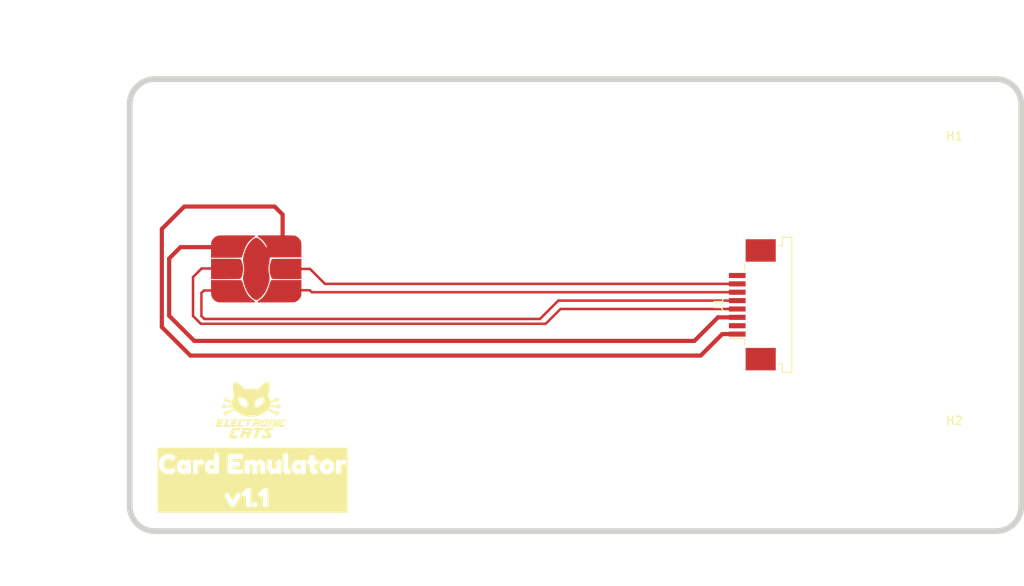
<source format=kicad_pcb>
(kicad_pcb (version 20221018) (generator pcbnew)
  (layers (0 "F.Cu" signal "Top") (31 "B.Cu" signal "Bottom") (34 "B.Paste" user) (35 "F.Paste" user) (36 "B.SilkS" user "B.Silkscreen") (37 "F.SilkS" user "F.Silkscreen") (38 "B.Mask" user) (39 "F.Mask" user) (44 "Edge.Cuts" user))
  (net 0 "")
  (net 1 "GND")
  (net 3 "/VCC_PHONE")
  (net 4 "/RST_PHONE")
  (net 5 "/CLK_PHONE")
  (net 6 "/IO_PHONE")
  (net 7 "/VPP_PHONE")
  (footprint "MountingHole:MountingHole_2.2mm_M2" (layer "F.Cu") (at 189.9412 117.9576)
    (fp_text reference "H2" (at 0 -3.2) (layer "F.SilkS"))
    (fp_text value "MountingHole")
    (pad "" np_thru_hole circle (at 0 0) (size 2.2 2.2) (drill 2.2) (layers "*.Cu" "*.Mask"))
  )
  (footprint "Connector_FFC-FPC:TE_84952-8_1x08-1MP_P1.0mm_Horizontal" (layer "F.Cu") (at 165.813 100.91 90)
    (fp_text reference "J1" (at 0 -4 90) (layer "F.SilkS"))
    (fp_text value "Escritura ")
    (pad "1" smd rect (at -3.5 -1.8 90) (size 0.61 2) (layers "F.Cu" "F.Paste" "F.Mask") (net 1 "GND"))
    (pad "2" smd rect (at -2.5 -1.8 90) (size 0.61 2) (layers "F.Cu" "F.Paste" "F.Mask"))
    (pad "3" smd rect (at -1.5 -1.8 90) (size 0.61 2) (layers "F.Cu" "F.Paste" "F.Mask") (net 3 "/VCC_PHONE"))
    (pad "4" smd rect (at -0.5 -1.8 90) (size 0.61 2) (layers "F.Cu" "F.Paste" "F.Mask") (net 4 "/RST_PHONE"))
    (pad "5" smd rect (at 0.5 -1.8 90) (size 0.61 2) (layers "F.Cu" "F.Paste" "F.Mask") (net 5 "/CLK_PHONE"))
    (pad "6" smd rect (at 1.5 -1.8 90) (size 0.61 2) (layers "F.Cu" "F.Paste" "F.Mask") (net 6 "/IO_PHONE"))
    (pad "7" smd rect (at 2.5 -1.8 90) (size 0.61 2) (layers "F.Cu" "F.Paste" "F.Mask") (net 7 "/VPP_PHONE"))
    (pad "8" smd rect (at 3.5 -1.8 90) (size 0.61 2) (layers "F.Cu" "F.Paste" "F.Mask"))
    (pad "MP" smd rect (at -6.49 1 90) (size 2.68 3.6) (layers "F.Cu" "F.Paste" "F.Mask"))
    (pad "MP" smd rect (at 6.49 1 90) (size 2.68 3.6) (layers "F.Cu" "F.Paste" "F.Mask"))
  )
  (footprint "MountingHole:MountingHole_2.2mm_M2" (layer "F.Cu") (at 189.9412 83.95)
    (fp_text reference "H1" (at 0 -3.2) (layer "F.SilkS"))
    (fp_text value "MountingHole")
    (pad "" np_thru_hole circle (at 0 0) (size 2.2 2.2) (drill 2.2) (layers "*.Cu" "*.Mask"))
  )
  (footprint "kibuzzard-649B6B0C" (layer "F.Cu") (at 106.12 121.87)
    (fp_text reference "kibuzzard-649B6B0C" hide)
    (fp_text value "G***" hide)
  )
  (footprint "footprints:ChipEMV" (layer "F.Cu") (at 106.55 96.625)
    (fp_text reference "P1" hide)
    (fp_text value "ISO7816" hide)
    (fp_poly (pts (xy -3.352305 -1.206337) (xy -3.060904 -1.205829) (xy -2.807749 -1.204945) (xy -2.590797 -1.203657) (xy -2.408007 -1.201936) (xy -2.257335 -1.199752) (xy -2.136739 -1.197075) (xy -2.044175 -1.193878) (xy -1.977601 -1.190129) (xy -1.934974 -1.185801) (xy -1.914805 -1.181128) (xy -1.864338 -1.139046) (xy -1.810701 -1.05699) (xy -1.753517 -0.934259) (xy -1.692407 -0.770148) (xy -1.689634 -0.762) (xy -1.611914 -0.468377) (xy -1.572729 -0.16367) (xy -1.572092 0.145647) (xy -1.610019 0.453097) (xy -1.686265 0.751416) (xy -1.742832 0.908535) (xy -1.798908 1.033452) (xy -1.852893 1.123164) (xy -1.903191 1.174664) (xy -1.914748 1.181101) (xy -1.936486 1.18601) (xy -1.980139 1.190311) (xy -2.047757 1.194033) (xy -2.141388 1.197205) (xy -2.263083 1.199858) (xy -2.414891 1.20202) (xy -2.598861 1.20372) (xy -2.817043 1.204989) (xy -3.071486 1.205856) (xy -3.36424 1.206349) (xy -3.683996 1.2065) (xy -5.3975 1.2065) (xy -5.3975 -1.2065) (xy -3.683996 -1.2065) (xy -3.352305 -1.206337)) (stroke (width 0.01)) (fill solid) (layer "F.Cu"))
    (fp_poly (pts (xy 5.3975 1.2065) (xy 3.665113 1.2065) (xy 3.353429 1.206462) (xy 3.081333 1.20631) (xy 2.846077 1.205984) (xy 2.644916 1.205426) (xy 2.475105 1.204576) (xy 2.333896 1.203375) (xy 2.218544 1.201763) (xy 2.126302 1.199683) (xy 2.054426 1.197074) (xy 2.000167 1.193878) (xy 1.960782 1.190035) (xy 1.933522 1.185487) (xy 1.915643 1.180173) (xy 1.904397 1.174036) (xy 1.898305 1.168463) (xy 1.861467 1.114447) (xy 1.817473 1.029386) (xy 1.770423 0.923041) (xy 1.724422 0.805177) (xy 1.683573 0.685555) (xy 1.657368 0.595183) (xy 1.623414 0.427377) (xy 1.600585 0.234339) (xy 1.589723 0.031905) (xy 1.591669 -0.164092) (xy 1.607267 -0.337818) (xy 1.607605 -0.340144) (xy 1.633241 -0.480407) (xy 1.669026 -0.627466) (xy 1.712112 -0.773122) (xy 1.759651 -0.909176) (xy 1.808795 -1.027427) (xy 1.856698 -1.119676) (xy 1.897477 -1.174788) (xy 1.907325 -1.180552) (xy 1.926348 -1.185587) (xy 1.957197 -1.189941) (xy 2.002525 -1.193661) (xy 2.064983 -1.196795) (xy 2.147224 -1.19939) (xy 2.2519 -1.201495) (xy 2.381663 -1.203156) (xy 2.539165 -1.204422) (xy 2.727057 -1.20534) (xy 2.947992 -1.205958) (xy 3.204622 -1.206323) (xy 3.499599 -1.206483) (xy 3.663345 -1.2065) (xy 5.3975 -1.2065) (xy 5.3975 1.2065)) (stroke (width 0.01)) (fill solid) (layer "F.Cu"))
    (fp_poly (pts (xy -3.01069 1.333584) (xy -2.763622 1.333912) (xy -2.55086 1.334628) (xy -2.369729 1.335878) (xy -2.217553 1.337811) (xy -2.091658 1.340576) (xy -1.989366 1.344319) (xy -1.908004 1.349188) (xy -1.844894 1.355332) (xy -1.797362 1.362898) (xy -1.762732 1.372033) (xy -1.738328 1.382887) (xy -1.721475 1.395606) (xy -1.709497 1.410338) (xy -1.699719 1.427232) (xy -1.693044 1.439874) (xy -1.679209 1.475065) (xy -1.656909 1.542359) (xy -1.628893 1.633038) (xy -1.59791 1.738385) (xy -1.588027 1.773029) (xy -1.497805 2.05963) (xy -1.390799 2.345056) (xy -1.271536 2.618869) (xy -1.144545 2.870627) (xy -1.022 3.078109) (xy -0.871505 3.276136) (xy -0.680246 3.467394) (xy -0.449406 3.650814) (xy -0.216959 3.803392) (xy -0.183318 3.835911) (xy -0.170247 3.888021) (xy -0.169334 3.916321) (xy -0.169334 4.0005) (xy -2.323042 3.999106) (xy -2.681249 3.998798) (xy -2.999535 3.998341) (xy -3.280315 3.997701) (xy -3.526001 3.996844) (xy -3.739007 3.995735) (xy -3.921745 3.994341) (xy -4.076629 3.992628) (xy -4.206073 3.99056) (xy -4.312488 3.988105) (xy -4.398289 3.985229) (xy -4.465888 3.981896) (xy -4.5177 3.978073) (xy -4.556136 3.973726) (xy -4.58361 3.968821) (xy -4.59079 3.967045) (xy -4.779677 3.895011) (xy -4.953008 3.787404) (xy -5.105296 3.649766) (xy -5.231054 3.487642) (xy -5.324794 3.306576) (xy -5.36509 3.184703) (xy -5.373488 3.145586) (xy -5.380365 3.096113) (xy -5.38586 3.032104) (xy -5.39011 2.949382) (xy -5.393251 2.843767) (xy -5.39542 2.71108) (xy -5.396756 2.547142) (xy -5.397394 2.347774) (xy -5.3975 2.196886) (xy -5.3975 1.3335) (xy -3.618449 1.3335) (xy -3.294741 1.333496) (xy -3.01069 1.333584)) (stroke (width 0.01)) (fill solid) (layer "F.Cu"))
    (fp_poly (pts (xy -0.169334 -3.917366) (xy -0.171556 -3.873009) (xy -0.183485 -3.840998) (xy -0.21302 -3.811639) (xy -0.268057 -3.775236) (xy -0.301625 -3.754945) (xy -0.528938 -3.599425) (xy -0.738074 -3.41825) (xy -0.919827 -3.219966) (xy -1.013297 -3.094295) (xy -1.108516 -2.93965) (xy -1.207619 -2.752713) (xy -1.306576 -2.542781) (xy -1.401355 -2.319147) (xy -1.487926 -2.091107) (xy -1.562257 -1.867956) (xy -1.597295 -1.747636) (xy -1.626515 -1.644113) (xy -1.65394 -1.552479) (xy -1.676658 -1.482108) (xy -1.691759 -1.442376) (xy -1.692716 -1.440488) (xy -1.702562 -1.421952) (xy -1.712774 -1.40569) (xy -1.726028 -1.391553) (xy -1.744999 -1.379392) (xy -1.772364 -1.369059) (xy -1.810799 -1.360405) (xy -1.862978 -1.35328) (xy -1.931578 -1.347538) (xy -2.019275 -1.343028) (xy -2.128745 -1.339603) (xy -2.262663 -1.337113) (xy -2.423705 -1.33541) (xy -2.614547 -1.334345) (xy -2.837864 -1.333771) (xy -3.096333 -1.333537) (xy -3.39263 -1.333495) (xy -3.618449 -1.3335) (xy -5.3975 -1.3335) (xy -5.3975 -2.208075) (xy -5.397286 -2.431012) (xy -5.396548 -2.615815) (xy -5.395143 -2.766682) (xy -5.392928 -2.887812) (xy -5.389759 -2.983403) (xy -5.385493 -3.057652) (xy -5.379987 -3.114757) (xy -5.373098 -3.158918) (xy -5.364682 -3.194331) (xy -5.363732 -3.197617) (xy -5.283811 -3.396748) (xy -5.169075 -3.575445) (xy -5.023861 -3.72937) (xy -4.852507 -3.854185) (xy -4.659351 -3.945552) (xy -4.594617 -3.966732) (xy -4.572234 -3.972271) (xy -4.543365 -3.977179) (xy -4.505505 -3.981493) (xy -4.456149 -3.985251) (xy -4.392791 -3.988488) (xy -4.312926 -3.991244) (xy -4.214049 -3.993555) (xy -4.093654 -3.995458) (xy -3.949236 -3.996991) (xy -3.77829 -3.99819) (xy -3.578309 -3.999094) (xy -3.346789 -3.999739) (xy -3.081225 -4.000163) (xy -2.779111 -4.000403) (xy -2.437941 -4.000496) (xy -2.324492 -4.0005) (xy -0.169334 -4.0005) (xy -0.169334 -3.917366)) (stroke (width 0.01)) (fill solid) (layer "F.Cu"))
    (fp_poly (pts (xy 5.3975 2.196886) (xy 5.397294 2.428918) (xy 5.396358 2.623133) (xy 5.394218 2.784044) (xy 5.390398 2.916168) (xy 5.384421 3.024017) (xy 5.375812 3.112108) (xy 5.364095 3.184954) (xy 5.348794 3.247071) (xy 5.329434 3.302974) (xy 5.305539 3.357176) (xy 5.276634 3.414194) (xy 5.26739 3.43163) (xy 5.189404 3.549723) (xy 5.084649 3.669206) (xy 4.966158 3.777045) (xy 4.846963 3.860208) (xy 4.82863 3.87039) (xy 4.790361 3.890973) (xy 4.755523 3.909265) (xy 4.721516 3.925401) (xy 4.685741 3.939516) (xy 4.645597 3.951745) (xy 4.598486 3.962223) (xy 4.541807 3.971085) (xy 4.47296 3.978466) (xy 4.389346 3.984501) (xy 4.288364 3.989324) (xy 4.167416 3.993072) (xy 4.0239 3.995878) (xy 3.855218 3.997878) (xy 3.65877 3.999207) (xy 3.431955 4) (xy 3.172173 4.000391) (xy 2.876826 4.000516) (xy 2.543314 4.00051) (xy 2.322669 4.0005) (xy 0.188065 4.0005) (xy 0.194574 3.91232) (xy 0.200083 3.866447) (xy 0.213803 3.83311) (xy 0.24376 3.802936) (xy 0.297981 3.76655) (xy 0.342365 3.739708) (xy 0.539458 3.604485) (xy 0.730609 3.440653) (xy 0.901184 3.261034) (xy 0.933855 3.221471) (xy 1.047999 3.061847) (xy 1.163514 2.867494) (xy 1.276978 2.645747) (xy 1.384969 2.403936) (xy 1.484066 2.149397) (xy 1.570848 1.88946) (xy 1.597507 1.799166) (xy 1.636048 1.665547) (xy 1.666356 1.566514) (xy 1.691227 1.495782) (xy 1.713458 1.447067) (xy 1.735843 1.414083) (xy 1.761179 1.390545) (xy 1.786896 1.373409) (xy 1.799928 1.366337) (xy 1.816149 1.360155) (xy 1.838325 1.354805) (xy 1.869224 1.350226) (xy 1.911613 1.346358) (xy 1.96826 1.34314) (xy 2.041932 1.340514) (xy 2.135395 1.338418) (xy 2.251418 1.336794) (xy 2.392767 1.335581) (xy 2.56221 1.334718) (xy 2.762514 1.334147) (xy 2.996446 1.333807) (xy 3.266774 1.333639) (xy 3.576265 1.333581) (xy 3.624791 1.333579) (xy 5.3975 1.3335) (xy 5.3975 2.196886)) (stroke (width 0.01)) (fill solid) (layer "F.Cu"))
    (fp_poly (pts (xy 3.287934 -4.000393) (xy 3.533048 -3.999944) (xy 3.746253 -3.999059) (xy 3.930153 -3.997601) (xy 4.087355 -3.995433) (xy 4.220464 -3.992417) (xy 4.332087 -3.988416) (xy 4.42483 -3.983294) (xy 4.501297 -3.976912) (xy 4.564095 -3.969133) (xy 4.61583 -3.95982) (xy 4.659108 -3.948836) (xy 4.696534 -3.936043) (xy 4.730714 -3.921304) (xy 4.764254 -3.904482) (xy 4.79976 -3.88544) (xy 4.830354 -3.869032) (xy 4.946117 -3.792874) (xy 5.063914 -3.689916) (xy 5.170917 -3.572996) (xy 5.254299 -3.454952) (xy 5.26739 -3.431631) (xy 5.298136 -3.372292) (xy 5.323623 -3.317072) (xy 5.344342 -3.261381) (xy 5.360785 -3.200631) (xy 5.373445 -3.130232) (xy 5.382813 -3.045595) (xy 5.389381 -2.942132) (xy 5.393642 -2.815252) (xy 5.396086 -2.660367) (xy 5.397208 -2.472888) (xy 5.397497 -2.248226) (xy 5.3975 -2.218053) (xy 5.3975 -1.375834) (xy 3.516258 -1.375834) (xy 3.177128 -1.375717) (xy 2.878144 -1.375347) (xy 2.61712 -1.374693) (xy 2.391869 -1.373724) (xy 2.200205 -1.37241) (xy 2.03994 -1.370722) (xy 1.908889 -1.368627) (xy 1.804864 -1.366097) (xy 1.72568 -1.3631) (xy 1.66915 -1.359607) (xy 1.633086 -1.355586) (xy 1.615303 -1.351008) (xy 1.613078 -1.349375) (xy 1.603749 -1.317431) (xy 1.596979 -1.253193) (xy 1.59359 -1.166667) (xy 1.593487 -1.11125) (xy 1.591472 -0.992365) (xy 1.58135 -0.878268) (xy 1.561217 -0.753289) (xy 1.534277 -0.624417) (xy 1.510083 -0.511418) (xy 1.493122 -0.41636) (xy 1.482152 -0.326632) (xy 1.475929 -0.229622) (xy 1.47321 -0.112716) (xy 1.472722 0) (xy 1.473601 0.141687) (xy 1.477064 0.253751) (xy 1.484352 0.348882) (xy 1.496703 0.439768) (xy 1.515356 0.539098) (xy 1.533704 0.624416) (xy 1.572497 0.83209) (xy 1.590025 1.018839) (xy 1.586493 1.200226) (xy 1.562107 1.391812) (xy 1.544999 1.482485) (xy 1.494745 1.692839) (xy 1.428279 1.916088) (xy 1.349298 2.142834) (xy 1.261501 2.363679) (xy 1.168586 2.569228) (xy 1.07425 2.750081) (xy 0.996577 2.876098) (xy 0.86655 3.054473) (xy 0.727111 3.222313) (xy 0.584047 3.373798) (xy 0.443145 3.503109) (xy 0.310192 3.604427) (xy 0.217801 3.659239) (xy 0.090792 3.700253) (xy -0.044892 3.701372) (xy -0.1845 3.662847) (xy -0.243339 3.63481) (xy -0.332398 3.576386) (xy -0.438405 3.489799) (xy -0.554433 3.381846) (xy -0.673557 3.259321) (xy -0.788848 3.129022) (xy -0.89338 2.997745) (xy -0.895368 2.995083) (xy -1.028269 2.794514) (xy -1.155223 2.559683) (xy -1.273022 2.298573) (xy -1.378458 2.019166) (xy -1.468324 1.729445) (xy -1.539411 1.437392) (xy -1.556914 1.348809) (xy -1.57512 1.223699) (xy -1.581458 1.099231) (xy -1.57533 0.966299) (xy -1.556139 0.8158) (xy -1.523287 0.638627) (xy -1.50445 0.550333) (xy -1.456977 0.259026) (xy -1.444152 -0.031229) (xy -1.466137 -0.328433) (xy -1.523096 -0.640584) (xy -1.529242 -0.66675) (xy -1.56417 -0.870413) (xy -1.573402 -1.084939) (xy -1.556379 -1.31404) (xy -1.512543 -1.561423) (xy -1.441336 -1.830799) (xy -1.3422 -2.125876) (xy -1.288196 -2.268372) (xy -1.169201 -2.538186) (xy -1.028629 -2.79023) (xy -0.860892 -3.033081) (xy -0.660403 -3.275313) (xy -0.563936 -3.380146) (xy -0.472087 -3.47274) (xy -0.392669 -3.540912) (xy -0.313158 -3.594433) (xy -0.236885 -3.635343) (xy -0.11654 -3.687511) (xy -0.015419 -3.711605) (xy 0.07885 -3.707726) (xy 0.178638 -3.675973) (xy 0.254398 -3.639338) (xy 0.362196 -3.569411) (xy 0.483718 -3.468693) (xy 0.612966 -3.343852) (xy 0.743944 -3.201554) (xy 0.870655 -3.048468) (xy 0.987102 -2.891262) (xy 1.087288 -2.736604) (xy 1.123878 -2.672541) (xy 1.171354 -2.599754) (xy 1.213208 -2.567496) (xy 1.251412 -2.574653) (xy 1.268263 -2.590825) (xy 1.277002 -2.611837) (xy 1.272659 -2.644762) (xy 1.252854 -2.696797) (xy 1.215206 -2.775142) (xy 1.192851 -2.818881) (xy 1.069829 -3.034656) (xy 0.935159 -3.224192) (xy 0.782259 -3.394306) (xy 0.604551 -3.551814) (xy 0.395451 -3.703531) (xy 0.248708 -3.796735) (xy 0.208937 -3.829582) (xy 0.192674 -3.874001) (xy 0.1905 -3.916322) (xy 0.1905 -4.0005) (xy 2.335074 -4.0005) (xy 2.691553 -4.000533) (xy 3.008304 -4.000543) (xy 3.287934 -4.000393)) (stroke (width 0.01)) (fill solid) (layer "F.Cu"))
    (pad "1" smd circle (at -3.4 -2.6) (size 1.524 1.524) (layers "F.Cu" "F.Paste" "F.Mask") (net 3 "/VCC_PHONE"))
    (pad "2" smd circle (at -3.4 0) (size 1.524 1.524) (layers "F.Cu" "F.Paste" "F.Mask") (net 4 "/RST_PHONE"))
    (pad "3" smd circle (at -3.4 2.6) (size 1.524 1.524) (layers "F.Cu" "F.Paste" "F.Mask") (net 5 "/CLK_PHONE"))
    (pad "5" smd circle (at 3.2 -2.6) (size 1.524 1.524) (layers "F.Cu" "F.Paste" "F.Mask") (net 1 "GND"))
    (pad "6" smd circle (at 3.2 0) (size 1.524 1.524) (layers "F.Cu" "F.Paste" "F.Mask") (net 7 "/VPP_PHONE"))
    (pad "7" smd circle (at 3.2 2.6) (size 1.524 1.524) (layers "F.Cu" "F.Paste" "F.Mask") (net 6 "/IO_PHONE"))
  )
  (footprint "Aesthetics:electronic_cats_logo_8x6" (layer "F.Cu") (at 105.95 113.5)
    (fp_text reference "G***" hide)
    (fp_text value "LOGO" hide)
  )
  (gr_line (start 94.437179 127.948871) (end 194.937179 127.948871) (stroke (width 0.7)) (layer "Edge.Cuts"))
  (gr_line (start 197.937179 124.948871) (end 197.937179 76.948871) (stroke (width 0.7)) (layer "Edge.Cuts"))
  (gr_line (start 194.937179 73.948871) (end 94.437179 73.948871) (stroke (width 0.7)) (layer "Edge.Cuts"))
  (gr_arc (start 194.937179 73.948871) (mid 197.058498 74.827552) (end 197.937179 76.948871) (stroke (width 0.7)) (layer "Edge.Cuts"))
  (gr_arc (start 197.937179 124.948871) (mid 197.058507 127.070199) (end 194.937179 127.948871) (stroke (width 0.7)) (layer "Edge.Cuts"))
  (gr_arc (start 94.437179 127.948871) (mid 92.315857 127.070193) (end 91.437179 124.948871) (stroke (width 0.7)) (layer "Edge.Cuts"))
  (gr_line (start 91.437179 76.948871) (end 91.437179 124.948871) (stroke (width 0.7)) (layer "Edge.Cuts"))
  (gr_arc (start 91.437179 76.948871) (mid 92.315866 74.827558) (end 94.437179 73.948871) (stroke (width 0.7)) (layer "Edge.Cuts"))
  (segment (start 108.75 89.175) (end 97.95 89.175) (width 0.5) (layer "F.Cu") (net 1))
  (segment (start 109.7 94.175) (end 109.7 90.125) (width 0.5) (layer "F.Cu") (net 1))
  (segment (start 95.275 91.85) (end 95.275 103.575) (width 0.5) (layer "F.Cu") (net 1))
  (segment (start 159.38 106.975) (end 159.655 106.975) (width 0.5) (layer "F.Cu") (net 1))
  (segment (start 97.95 89.175) (end 95.275 91.85) (width 0.5) (layer "F.Cu") (net 1))
  (segment (start 109.7 90.125) (end 108.75 89.175) (width 0.5) (layer "F.Cu") (net 1))
  (segment (start 98.675 106.975) (end 159.38 106.975) (width 0.5) (layer "F.Cu") (net 1))
  (segment (start 98.675 106.975) (end 95.275 103.575) (width 0.5) (layer "F.Cu") (net 1))
  (segment (start 159.655 106.975) (end 162.22 104.41) (width 0.5) (layer "F.Cu") (net 1))
  (segment (start 162.22 104.41) (end 164.013 104.41) (width 0.5) (layer "F.Cu") (net 1))
  (segment (start 158.895 105.225) (end 161.71 102.41) (width 0.5) (layer "F.Cu") (net 3))
  (segment (start 161.71 102.41) (end 164.013 102.41) (width 0.5) (layer "F.Cu") (net 3))
  (segment (start 97.5 94.025) (end 96.15 95.375) (width 0.5) (layer "F.Cu") (net 3))
  (segment (start 96.15 102.225) (end 99.15 105.225) (width 0.5) (layer "F.Cu") (net 3))
  (segment (start 99.15 105.225) (end 158.895 105.225) (width 0.5) (layer "F.Cu") (net 3))
  (segment (start 96.15 95.375) (end 96.15 102.225) (width 0.5) (layer "F.Cu") (net 3))
  (segment (start 103.1625 94.025) (end 97.5 94.025) (width 0.5) (layer "F.Cu") (net 3))
  (segment (start 100.025 96.575) (end 99 97.6) (width 0.3) (layer "F.Cu") (net 4))
  (segment (start 164.34 101.41) (end 142.9 101.41) (width 0.3) (layer "F.Cu") (net 4))
  (segment (start 102.95 96.575) (end 100.025 96.575) (width 0.3) (layer "F.Cu") (net 4))
  (segment (start 99.93 103.18) (end 99 102.25) (width 0.3) (layer "F.Cu") (net 4))
  (segment (start 142.9 101.41) (end 141.13 103.18) (width 0.3) (layer "F.Cu") (net 4))
  (segment (start 99 97.6) (end 99 102.25) (width 0.3) (layer "F.Cu") (net 4))
  (segment (start 141.13 103.18) (end 99.93 103.18) (width 0.3) (layer "F.Cu") (net 4))
  (segment (start 142.68 100.41) (end 164.33 100.41) (width 0.3) (layer "F.Cu") (net 5))
  (segment (start 100 102.25) (end 100.35 102.6) (width 0.3) (layer "F.Cu") (net 5))
  (segment (start 142.66 100.39) (end 142.68 100.41) (width 0.3) (layer "F.Cu") (net 5))
  (segment (start 100 99.5) (end 100 102.25) (width 0.3) (layer "F.Cu") (net 5))
  (segment (start 100.3 99.2) (end 100 99.5) (width 0.3) (layer "F.Cu") (net 5))
  (segment (start 140.45 102.6) (end 142.66 100.39) (width 0.3) (layer "F.Cu") (net 5))
  (segment (start 102.925 99.2) (end 100.3 99.2) (width 0.3) (layer "F.Cu") (net 5))
  (segment (start 100.35 102.6) (end 140.45 102.6) (width 0.3) (layer "F.Cu") (net 5))
  (segment (start 109.575 99.175) (end 112.95 99.175) (width 0.3) (layer "F.Cu") (net 6))
  (segment (start 164.04 99.41) (end 113.185 99.41) (width 0.3) (layer "F.Cu") (net 6))
  (segment (start 112.95 99.175) (end 113.185 99.41) (width 0.3) (layer "F.Cu") (net 6))
  (segment (start 112.975 96.625) (end 109.825 96.625) (width 0.3) (layer "F.Cu") (net 7))
  (segment (start 114.76 98.41) (end 112.975 96.625) (width 0.3) (layer "F.Cu") (net 7))
  (segment (start 163.9 98.41) (end 114.76 98.41) (width 0.3) (layer "F.Cu") (net 7))
)
</source>
